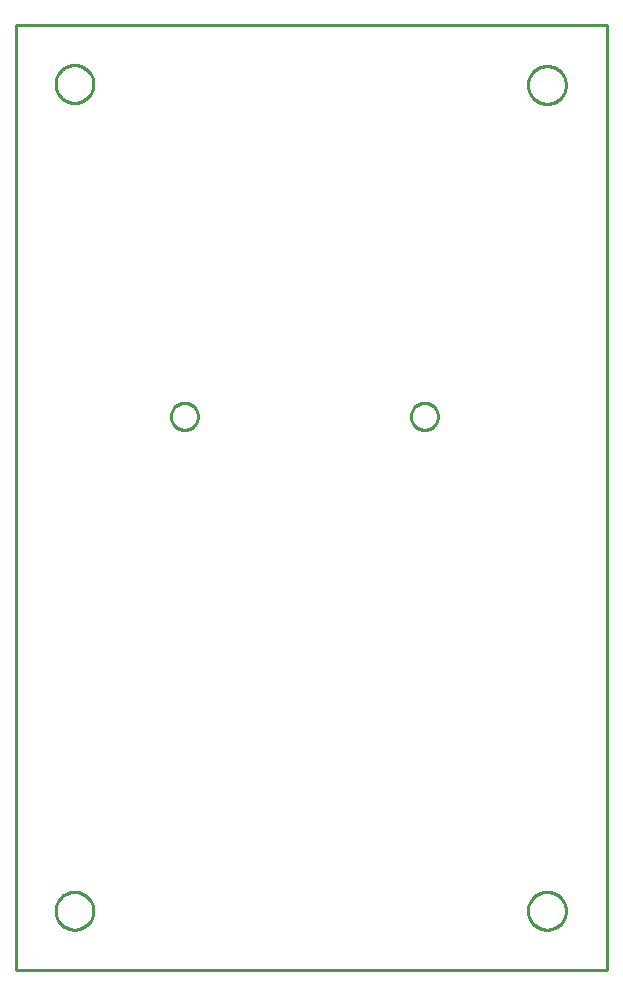
<source format=gbr>
G04 EAGLE Gerber RS-274X export*
G75*
%MOMM*%
%FSLAX34Y34*%
%LPD*%
%IN*%
%IPPOS*%
%AMOC8*
5,1,8,0,0,1.08239X$1,22.5*%
G01*
%ADD10C,0.254000*%


D10*
X0Y0D02*
X500000Y0D01*
X500000Y800000D01*
X0Y800000D01*
X0Y0D01*
X65200Y749476D02*
X65132Y748431D01*
X64995Y747392D01*
X64790Y746365D01*
X64519Y745353D01*
X64183Y744361D01*
X63782Y743393D01*
X63318Y742454D01*
X62795Y741546D01*
X62213Y740675D01*
X61575Y739844D01*
X60884Y739057D01*
X60143Y738316D01*
X59356Y737625D01*
X58525Y736988D01*
X57654Y736406D01*
X56746Y735882D01*
X55807Y735418D01*
X54839Y735017D01*
X53847Y734681D01*
X52835Y734410D01*
X51808Y734205D01*
X50769Y734069D01*
X49724Y734000D01*
X48676Y734000D01*
X47631Y734069D01*
X46592Y734205D01*
X45565Y734410D01*
X44553Y734681D01*
X43561Y735017D01*
X42593Y735418D01*
X41654Y735882D01*
X40746Y736406D01*
X39875Y736988D01*
X39044Y737625D01*
X38257Y738316D01*
X37516Y739057D01*
X36825Y739844D01*
X36188Y740675D01*
X35606Y741546D01*
X35082Y742454D01*
X34618Y743393D01*
X34217Y744361D01*
X33881Y745353D01*
X33610Y746365D01*
X33405Y747392D01*
X33269Y748431D01*
X33200Y749476D01*
X33200Y750524D01*
X33269Y751569D01*
X33405Y752608D01*
X33610Y753635D01*
X33881Y754647D01*
X34217Y755639D01*
X34618Y756607D01*
X35082Y757546D01*
X35606Y758454D01*
X36188Y759325D01*
X36825Y760156D01*
X37516Y760943D01*
X38257Y761684D01*
X39044Y762375D01*
X39875Y763013D01*
X40746Y763595D01*
X41654Y764118D01*
X42593Y764582D01*
X43561Y764983D01*
X44553Y765319D01*
X45565Y765590D01*
X46592Y765795D01*
X47631Y765932D01*
X48676Y766000D01*
X49724Y766000D01*
X50769Y765932D01*
X51808Y765795D01*
X52835Y765590D01*
X53847Y765319D01*
X54839Y764983D01*
X55807Y764582D01*
X56746Y764118D01*
X57654Y763595D01*
X58525Y763013D01*
X59356Y762375D01*
X60143Y761684D01*
X60884Y760943D01*
X61575Y760156D01*
X62213Y759325D01*
X62795Y758454D01*
X63318Y757546D01*
X63782Y756607D01*
X64183Y755639D01*
X64519Y754647D01*
X64790Y753635D01*
X64995Y752608D01*
X65132Y751569D01*
X65200Y750524D01*
X65200Y749476D01*
X65200Y49476D02*
X65132Y48431D01*
X64995Y47392D01*
X64790Y46365D01*
X64519Y45353D01*
X64183Y44361D01*
X63782Y43393D01*
X63318Y42454D01*
X62795Y41546D01*
X62213Y40675D01*
X61575Y39844D01*
X60884Y39057D01*
X60143Y38316D01*
X59356Y37625D01*
X58525Y36988D01*
X57654Y36406D01*
X56746Y35882D01*
X55807Y35418D01*
X54839Y35017D01*
X53847Y34681D01*
X52835Y34410D01*
X51808Y34205D01*
X50769Y34069D01*
X49724Y34000D01*
X48676Y34000D01*
X47631Y34069D01*
X46592Y34205D01*
X45565Y34410D01*
X44553Y34681D01*
X43561Y35017D01*
X42593Y35418D01*
X41654Y35882D01*
X40746Y36406D01*
X39875Y36988D01*
X39044Y37625D01*
X38257Y38316D01*
X37516Y39057D01*
X36825Y39844D01*
X36188Y40675D01*
X35606Y41546D01*
X35082Y42454D01*
X34618Y43393D01*
X34217Y44361D01*
X33881Y45353D01*
X33610Y46365D01*
X33405Y47392D01*
X33269Y48431D01*
X33200Y49476D01*
X33200Y50524D01*
X33269Y51569D01*
X33405Y52608D01*
X33610Y53635D01*
X33881Y54647D01*
X34217Y55639D01*
X34618Y56607D01*
X35082Y57546D01*
X35606Y58454D01*
X36188Y59325D01*
X36825Y60156D01*
X37516Y60943D01*
X38257Y61684D01*
X39044Y62375D01*
X39875Y63013D01*
X40746Y63595D01*
X41654Y64118D01*
X42593Y64582D01*
X43561Y64983D01*
X44553Y65319D01*
X45565Y65590D01*
X46592Y65795D01*
X47631Y65932D01*
X48676Y66000D01*
X49724Y66000D01*
X50769Y65932D01*
X51808Y65795D01*
X52835Y65590D01*
X53847Y65319D01*
X54839Y64983D01*
X55807Y64582D01*
X56746Y64118D01*
X57654Y63595D01*
X58525Y63013D01*
X59356Y62375D01*
X60143Y61684D01*
X60884Y60943D01*
X61575Y60156D01*
X62213Y59325D01*
X62795Y58454D01*
X63318Y57546D01*
X63782Y56607D01*
X64183Y55639D01*
X64519Y54647D01*
X64790Y53635D01*
X64995Y52608D01*
X65132Y51569D01*
X65200Y50524D01*
X65200Y49476D01*
X465200Y49476D02*
X465132Y48431D01*
X464995Y47392D01*
X464790Y46365D01*
X464519Y45353D01*
X464183Y44361D01*
X463782Y43393D01*
X463318Y42454D01*
X462795Y41546D01*
X462213Y40675D01*
X461575Y39844D01*
X460884Y39057D01*
X460143Y38316D01*
X459356Y37625D01*
X458525Y36988D01*
X457654Y36406D01*
X456746Y35882D01*
X455807Y35418D01*
X454839Y35017D01*
X453847Y34681D01*
X452835Y34410D01*
X451808Y34205D01*
X450769Y34069D01*
X449724Y34000D01*
X448676Y34000D01*
X447631Y34069D01*
X446592Y34205D01*
X445565Y34410D01*
X444553Y34681D01*
X443561Y35017D01*
X442593Y35418D01*
X441654Y35882D01*
X440746Y36406D01*
X439875Y36988D01*
X439044Y37625D01*
X438257Y38316D01*
X437516Y39057D01*
X436825Y39844D01*
X436188Y40675D01*
X435606Y41546D01*
X435082Y42454D01*
X434618Y43393D01*
X434217Y44361D01*
X433881Y45353D01*
X433610Y46365D01*
X433405Y47392D01*
X433269Y48431D01*
X433200Y49476D01*
X433200Y50524D01*
X433269Y51569D01*
X433405Y52608D01*
X433610Y53635D01*
X433881Y54647D01*
X434217Y55639D01*
X434618Y56607D01*
X435082Y57546D01*
X435606Y58454D01*
X436188Y59325D01*
X436825Y60156D01*
X437516Y60943D01*
X438257Y61684D01*
X439044Y62375D01*
X439875Y63013D01*
X440746Y63595D01*
X441654Y64118D01*
X442593Y64582D01*
X443561Y64983D01*
X444553Y65319D01*
X445565Y65590D01*
X446592Y65795D01*
X447631Y65932D01*
X448676Y66000D01*
X449724Y66000D01*
X450769Y65932D01*
X451808Y65795D01*
X452835Y65590D01*
X453847Y65319D01*
X454839Y64983D01*
X455807Y64582D01*
X456746Y64118D01*
X457654Y63595D01*
X458525Y63013D01*
X459356Y62375D01*
X460143Y61684D01*
X460884Y60943D01*
X461575Y60156D01*
X462213Y59325D01*
X462795Y58454D01*
X463318Y57546D01*
X463782Y56607D01*
X464183Y55639D01*
X464519Y54647D01*
X464790Y53635D01*
X464995Y52608D01*
X465132Y51569D01*
X465200Y50524D01*
X465200Y49476D01*
X465200Y748676D02*
X465132Y747631D01*
X464995Y746592D01*
X464790Y745565D01*
X464519Y744553D01*
X464183Y743561D01*
X463782Y742593D01*
X463318Y741654D01*
X462795Y740746D01*
X462213Y739875D01*
X461575Y739044D01*
X460884Y738257D01*
X460143Y737516D01*
X459356Y736825D01*
X458525Y736188D01*
X457654Y735606D01*
X456746Y735082D01*
X455807Y734618D01*
X454839Y734217D01*
X453847Y733881D01*
X452835Y733610D01*
X451808Y733405D01*
X450769Y733269D01*
X449724Y733200D01*
X448676Y733200D01*
X447631Y733269D01*
X446592Y733405D01*
X445565Y733610D01*
X444553Y733881D01*
X443561Y734217D01*
X442593Y734618D01*
X441654Y735082D01*
X440746Y735606D01*
X439875Y736188D01*
X439044Y736825D01*
X438257Y737516D01*
X437516Y738257D01*
X436825Y739044D01*
X436188Y739875D01*
X435606Y740746D01*
X435082Y741654D01*
X434618Y742593D01*
X434217Y743561D01*
X433881Y744553D01*
X433610Y745565D01*
X433405Y746592D01*
X433269Y747631D01*
X433200Y748676D01*
X433200Y749724D01*
X433269Y750769D01*
X433405Y751808D01*
X433610Y752835D01*
X433881Y753847D01*
X434217Y754839D01*
X434618Y755807D01*
X435082Y756746D01*
X435606Y757654D01*
X436188Y758525D01*
X436825Y759356D01*
X437516Y760143D01*
X438257Y760884D01*
X439044Y761575D01*
X439875Y762213D01*
X440746Y762795D01*
X441654Y763318D01*
X442593Y763782D01*
X443561Y764183D01*
X444553Y764519D01*
X445565Y764790D01*
X446592Y764995D01*
X447631Y765132D01*
X448676Y765200D01*
X449724Y765200D01*
X450769Y765132D01*
X451808Y764995D01*
X452835Y764790D01*
X453847Y764519D01*
X454839Y764183D01*
X455807Y763782D01*
X456746Y763318D01*
X457654Y762795D01*
X458525Y762213D01*
X459356Y761575D01*
X460143Y760884D01*
X460884Y760143D01*
X461575Y759356D01*
X462213Y758525D01*
X462795Y757654D01*
X463318Y756746D01*
X463782Y755807D01*
X464183Y754839D01*
X464519Y753847D01*
X464790Y752835D01*
X464995Y751808D01*
X465132Y750769D01*
X465200Y749724D01*
X465200Y748676D01*
X344991Y457200D02*
X344096Y457270D01*
X343208Y457411D01*
X342335Y457621D01*
X341481Y457898D01*
X340651Y458242D01*
X339851Y458650D01*
X339085Y459119D01*
X338358Y459647D01*
X337675Y460230D01*
X337040Y460865D01*
X336457Y461548D01*
X335929Y462275D01*
X335460Y463041D01*
X335052Y463841D01*
X334708Y464671D01*
X334431Y465525D01*
X334221Y466398D01*
X334080Y467286D01*
X334010Y468181D01*
X334010Y469079D01*
X334080Y469975D01*
X334221Y470862D01*
X334431Y471735D01*
X334708Y472589D01*
X335052Y473419D01*
X335460Y474219D01*
X335929Y474985D01*
X336457Y475712D01*
X337040Y476395D01*
X337675Y477030D01*
X338358Y477613D01*
X339085Y478141D01*
X339851Y478610D01*
X340651Y479018D01*
X341481Y479362D01*
X342335Y479639D01*
X343208Y479849D01*
X344096Y479990D01*
X344991Y480060D01*
X345889Y480060D01*
X346785Y479990D01*
X347672Y479849D01*
X348545Y479639D01*
X349399Y479362D01*
X350229Y479018D01*
X351029Y478610D01*
X351795Y478141D01*
X352522Y477613D01*
X353205Y477030D01*
X353840Y476395D01*
X354423Y475712D01*
X354951Y474985D01*
X355420Y474219D01*
X355828Y473419D01*
X356172Y472589D01*
X356449Y471735D01*
X356659Y470862D01*
X356800Y469975D01*
X356870Y469079D01*
X356870Y468181D01*
X356800Y467286D01*
X356659Y466398D01*
X356449Y465525D01*
X356172Y464671D01*
X355828Y463841D01*
X355420Y463041D01*
X354951Y462275D01*
X354423Y461548D01*
X353840Y460865D01*
X353205Y460230D01*
X352522Y459647D01*
X351795Y459119D01*
X351029Y458650D01*
X350229Y458242D01*
X349399Y457898D01*
X348545Y457621D01*
X347672Y457411D01*
X346785Y457270D01*
X345889Y457200D01*
X344991Y457200D01*
X141791Y457200D02*
X140896Y457270D01*
X140008Y457411D01*
X139135Y457621D01*
X138281Y457898D01*
X137451Y458242D01*
X136651Y458650D01*
X135885Y459119D01*
X135158Y459647D01*
X134475Y460230D01*
X133840Y460865D01*
X133257Y461548D01*
X132729Y462275D01*
X132260Y463041D01*
X131852Y463841D01*
X131508Y464671D01*
X131231Y465525D01*
X131021Y466398D01*
X130880Y467286D01*
X130810Y468181D01*
X130810Y469079D01*
X130880Y469975D01*
X131021Y470862D01*
X131231Y471735D01*
X131508Y472589D01*
X131852Y473419D01*
X132260Y474219D01*
X132729Y474985D01*
X133257Y475712D01*
X133840Y476395D01*
X134475Y477030D01*
X135158Y477613D01*
X135885Y478141D01*
X136651Y478610D01*
X137451Y479018D01*
X138281Y479362D01*
X139135Y479639D01*
X140008Y479849D01*
X140896Y479990D01*
X141791Y480060D01*
X142689Y480060D01*
X143585Y479990D01*
X144472Y479849D01*
X145345Y479639D01*
X146199Y479362D01*
X147029Y479018D01*
X147829Y478610D01*
X148595Y478141D01*
X149322Y477613D01*
X150005Y477030D01*
X150640Y476395D01*
X151223Y475712D01*
X151751Y474985D01*
X152220Y474219D01*
X152628Y473419D01*
X152972Y472589D01*
X153249Y471735D01*
X153459Y470862D01*
X153600Y469975D01*
X153670Y469079D01*
X153670Y468181D01*
X153600Y467286D01*
X153459Y466398D01*
X153249Y465525D01*
X152972Y464671D01*
X152628Y463841D01*
X152220Y463041D01*
X151751Y462275D01*
X151223Y461548D01*
X150640Y460865D01*
X150005Y460230D01*
X149322Y459647D01*
X148595Y459119D01*
X147829Y458650D01*
X147029Y458242D01*
X146199Y457898D01*
X145345Y457621D01*
X144472Y457411D01*
X143585Y457270D01*
X142689Y457200D01*
X141791Y457200D01*
M02*

</source>
